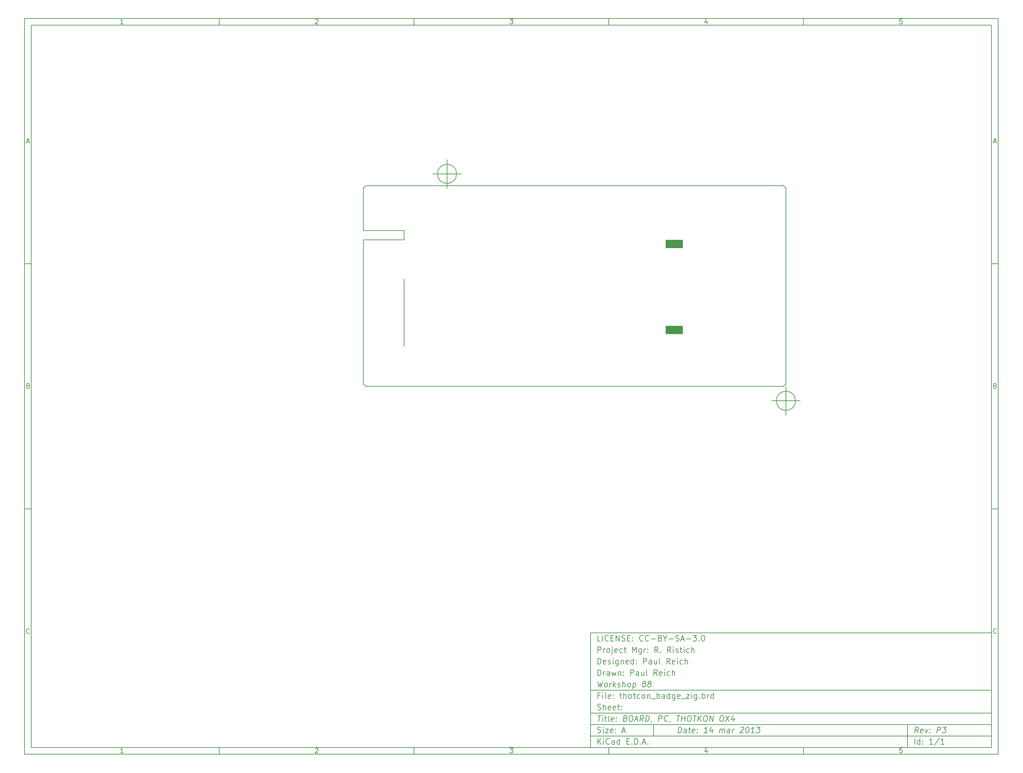
<source format=gbp>
G04 (created by PCBNEW (2012-11-15 BZR 3804)-stable) date Wed 13 Mar 2013 22:53:22 CDT*
%MOIN*%
G04 Gerber Fmt 3.4, Leading zero omitted, Abs format*
%FSLAX34Y34*%
G01*
G70*
G90*
G04 APERTURE LIST*
%ADD10C,0.006*%
%ADD11C,0.00590551*%
%ADD12R,0.18X0.09*%
G04 APERTURE END LIST*
G54D10*
X-41000Y34000D02*
X61000Y34000D01*
X61000Y-43000D01*
X-41000Y-43000D01*
X-41000Y34000D01*
X-40300Y33300D02*
X60300Y33300D01*
X60300Y-42300D01*
X-40300Y-42300D01*
X-40300Y33300D01*
X-20600Y34000D02*
X-20600Y33300D01*
X-30657Y33447D02*
X-30942Y33447D01*
X-30800Y33447D02*
X-30800Y33947D01*
X-30847Y33876D01*
X-30895Y33828D01*
X-30942Y33804D01*
X-20600Y-43000D02*
X-20600Y-42300D01*
X-30657Y-42852D02*
X-30942Y-42852D01*
X-30800Y-42852D02*
X-30800Y-42352D01*
X-30847Y-42423D01*
X-30895Y-42471D01*
X-30942Y-42495D01*
X-200Y34000D02*
X-200Y33300D01*
X-10542Y33900D02*
X-10519Y33923D01*
X-10471Y33947D01*
X-10352Y33947D01*
X-10304Y33923D01*
X-10280Y33900D01*
X-10257Y33852D01*
X-10257Y33804D01*
X-10280Y33733D01*
X-10566Y33447D01*
X-10257Y33447D01*
X-200Y-43000D02*
X-200Y-42300D01*
X-10542Y-42400D02*
X-10519Y-42376D01*
X-10471Y-42352D01*
X-10352Y-42352D01*
X-10304Y-42376D01*
X-10280Y-42400D01*
X-10257Y-42447D01*
X-10257Y-42495D01*
X-10280Y-42566D01*
X-10566Y-42852D01*
X-10257Y-42852D01*
X20200Y34000D02*
X20200Y33300D01*
X9833Y33947D02*
X10142Y33947D01*
X9976Y33757D01*
X10047Y33757D01*
X10095Y33733D01*
X10119Y33709D01*
X10142Y33661D01*
X10142Y33542D01*
X10119Y33495D01*
X10095Y33471D01*
X10047Y33447D01*
X9904Y33447D01*
X9857Y33471D01*
X9833Y33495D01*
X20200Y-43000D02*
X20200Y-42300D01*
X9833Y-42352D02*
X10142Y-42352D01*
X9976Y-42542D01*
X10047Y-42542D01*
X10095Y-42566D01*
X10119Y-42590D01*
X10142Y-42638D01*
X10142Y-42757D01*
X10119Y-42804D01*
X10095Y-42828D01*
X10047Y-42852D01*
X9904Y-42852D01*
X9857Y-42828D01*
X9833Y-42804D01*
X40600Y34000D02*
X40600Y33300D01*
X30495Y33780D02*
X30495Y33447D01*
X30376Y33971D02*
X30257Y33614D01*
X30566Y33614D01*
X40600Y-43000D02*
X40600Y-42300D01*
X30495Y-42519D02*
X30495Y-42852D01*
X30376Y-42328D02*
X30257Y-42685D01*
X30566Y-42685D01*
X50919Y33947D02*
X50680Y33947D01*
X50657Y33709D01*
X50680Y33733D01*
X50728Y33757D01*
X50847Y33757D01*
X50895Y33733D01*
X50919Y33709D01*
X50942Y33661D01*
X50942Y33542D01*
X50919Y33495D01*
X50895Y33471D01*
X50847Y33447D01*
X50728Y33447D01*
X50680Y33471D01*
X50657Y33495D01*
X50919Y-42352D02*
X50680Y-42352D01*
X50657Y-42590D01*
X50680Y-42566D01*
X50728Y-42542D01*
X50847Y-42542D01*
X50895Y-42566D01*
X50919Y-42590D01*
X50942Y-42638D01*
X50942Y-42757D01*
X50919Y-42804D01*
X50895Y-42828D01*
X50847Y-42852D01*
X50728Y-42852D01*
X50680Y-42828D01*
X50657Y-42804D01*
X-41000Y8340D02*
X-40300Y8340D01*
X-40769Y21110D02*
X-40530Y21110D01*
X-40816Y20967D02*
X-40649Y21467D01*
X-40483Y20967D01*
X61000Y8340D02*
X60300Y8340D01*
X60530Y21110D02*
X60769Y21110D01*
X60483Y20967D02*
X60650Y21467D01*
X60816Y20967D01*
X-41000Y-17320D02*
X-40300Y-17320D01*
X-40614Y-4430D02*
X-40542Y-4454D01*
X-40519Y-4478D01*
X-40495Y-4525D01*
X-40495Y-4597D01*
X-40519Y-4644D01*
X-40542Y-4668D01*
X-40590Y-4692D01*
X-40780Y-4692D01*
X-40780Y-4192D01*
X-40614Y-4192D01*
X-40566Y-4216D01*
X-40542Y-4240D01*
X-40519Y-4287D01*
X-40519Y-4335D01*
X-40542Y-4382D01*
X-40566Y-4406D01*
X-40614Y-4430D01*
X-40780Y-4430D01*
X61000Y-17320D02*
X60300Y-17320D01*
X60685Y-4430D02*
X60757Y-4454D01*
X60780Y-4478D01*
X60804Y-4525D01*
X60804Y-4597D01*
X60780Y-4644D01*
X60757Y-4668D01*
X60709Y-4692D01*
X60519Y-4692D01*
X60519Y-4192D01*
X60685Y-4192D01*
X60733Y-4216D01*
X60757Y-4240D01*
X60780Y-4287D01*
X60780Y-4335D01*
X60757Y-4382D01*
X60733Y-4406D01*
X60685Y-4430D01*
X60519Y-4430D01*
X-40495Y-30304D02*
X-40519Y-30328D01*
X-40590Y-30352D01*
X-40638Y-30352D01*
X-40709Y-30328D01*
X-40757Y-30280D01*
X-40780Y-30233D01*
X-40804Y-30138D01*
X-40804Y-30066D01*
X-40780Y-29971D01*
X-40757Y-29923D01*
X-40709Y-29876D01*
X-40638Y-29852D01*
X-40590Y-29852D01*
X-40519Y-29876D01*
X-40495Y-29900D01*
X60804Y-30304D02*
X60780Y-30328D01*
X60709Y-30352D01*
X60661Y-30352D01*
X60590Y-30328D01*
X60542Y-30280D01*
X60519Y-30233D01*
X60495Y-30138D01*
X60495Y-30066D01*
X60519Y-29971D01*
X60542Y-29923D01*
X60590Y-29876D01*
X60661Y-29852D01*
X60709Y-29852D01*
X60780Y-29876D01*
X60804Y-29900D01*
X27450Y-40742D02*
X27525Y-40142D01*
X27667Y-40142D01*
X27750Y-40171D01*
X27800Y-40228D01*
X27821Y-40285D01*
X27835Y-40400D01*
X27825Y-40485D01*
X27782Y-40600D01*
X27746Y-40657D01*
X27682Y-40714D01*
X27592Y-40742D01*
X27450Y-40742D01*
X28307Y-40742D02*
X28346Y-40428D01*
X28325Y-40371D01*
X28271Y-40342D01*
X28157Y-40342D01*
X28096Y-40371D01*
X28310Y-40714D02*
X28250Y-40742D01*
X28107Y-40742D01*
X28053Y-40714D01*
X28032Y-40657D01*
X28039Y-40600D01*
X28075Y-40542D01*
X28135Y-40514D01*
X28278Y-40514D01*
X28339Y-40485D01*
X28557Y-40342D02*
X28785Y-40342D01*
X28667Y-40142D02*
X28603Y-40657D01*
X28625Y-40714D01*
X28678Y-40742D01*
X28735Y-40742D01*
X29167Y-40714D02*
X29107Y-40742D01*
X28992Y-40742D01*
X28939Y-40714D01*
X28917Y-40657D01*
X28946Y-40428D01*
X28982Y-40371D01*
X29042Y-40342D01*
X29157Y-40342D01*
X29210Y-40371D01*
X29232Y-40428D01*
X29225Y-40485D01*
X28932Y-40542D01*
X29457Y-40685D02*
X29482Y-40714D01*
X29450Y-40742D01*
X29425Y-40714D01*
X29457Y-40685D01*
X29450Y-40742D01*
X29496Y-40371D02*
X29521Y-40400D01*
X29489Y-40428D01*
X29464Y-40400D01*
X29496Y-40371D01*
X29489Y-40428D01*
X30507Y-40742D02*
X30164Y-40742D01*
X30335Y-40742D02*
X30410Y-40142D01*
X30342Y-40228D01*
X30278Y-40285D01*
X30217Y-40314D01*
X31071Y-40342D02*
X31021Y-40742D01*
X30957Y-40114D02*
X30760Y-40542D01*
X31132Y-40542D01*
X31792Y-40742D02*
X31842Y-40342D01*
X31835Y-40400D02*
X31867Y-40371D01*
X31928Y-40342D01*
X32014Y-40342D01*
X32067Y-40371D01*
X32089Y-40428D01*
X32050Y-40742D01*
X32089Y-40428D02*
X32125Y-40371D01*
X32185Y-40342D01*
X32271Y-40342D01*
X32325Y-40371D01*
X32346Y-40428D01*
X32307Y-40742D01*
X32850Y-40742D02*
X32889Y-40428D01*
X32867Y-40371D01*
X32814Y-40342D01*
X32700Y-40342D01*
X32639Y-40371D01*
X32853Y-40714D02*
X32792Y-40742D01*
X32650Y-40742D01*
X32596Y-40714D01*
X32575Y-40657D01*
X32582Y-40600D01*
X32617Y-40542D01*
X32678Y-40514D01*
X32821Y-40514D01*
X32882Y-40485D01*
X33135Y-40742D02*
X33185Y-40342D01*
X33171Y-40457D02*
X33207Y-40400D01*
X33239Y-40371D01*
X33300Y-40342D01*
X33357Y-40342D01*
X34003Y-40200D02*
X34035Y-40171D01*
X34096Y-40142D01*
X34239Y-40142D01*
X34292Y-40171D01*
X34317Y-40200D01*
X34339Y-40257D01*
X34332Y-40314D01*
X34292Y-40400D01*
X33907Y-40742D01*
X34278Y-40742D01*
X34725Y-40142D02*
X34782Y-40142D01*
X34835Y-40171D01*
X34860Y-40200D01*
X34882Y-40257D01*
X34896Y-40371D01*
X34878Y-40514D01*
X34835Y-40628D01*
X34800Y-40685D01*
X34767Y-40714D01*
X34707Y-40742D01*
X34650Y-40742D01*
X34596Y-40714D01*
X34571Y-40685D01*
X34550Y-40628D01*
X34535Y-40514D01*
X34553Y-40371D01*
X34596Y-40257D01*
X34632Y-40200D01*
X34664Y-40171D01*
X34725Y-40142D01*
X35421Y-40742D02*
X35078Y-40742D01*
X35250Y-40742D02*
X35325Y-40142D01*
X35257Y-40228D01*
X35192Y-40285D01*
X35132Y-40314D01*
X35696Y-40142D02*
X36067Y-40142D01*
X35839Y-40371D01*
X35925Y-40371D01*
X35978Y-40400D01*
X36003Y-40428D01*
X36025Y-40485D01*
X36007Y-40628D01*
X35971Y-40685D01*
X35939Y-40714D01*
X35878Y-40742D01*
X35707Y-40742D01*
X35653Y-40714D01*
X35628Y-40685D01*
X19042Y-41942D02*
X19042Y-41342D01*
X19385Y-41942D02*
X19128Y-41600D01*
X19385Y-41342D02*
X19042Y-41685D01*
X19642Y-41942D02*
X19642Y-41542D01*
X19642Y-41342D02*
X19614Y-41371D01*
X19642Y-41400D01*
X19671Y-41371D01*
X19642Y-41342D01*
X19642Y-41400D01*
X20271Y-41885D02*
X20242Y-41914D01*
X20157Y-41942D01*
X20100Y-41942D01*
X20014Y-41914D01*
X19957Y-41857D01*
X19928Y-41800D01*
X19900Y-41685D01*
X19900Y-41600D01*
X19928Y-41485D01*
X19957Y-41428D01*
X20014Y-41371D01*
X20100Y-41342D01*
X20157Y-41342D01*
X20242Y-41371D01*
X20271Y-41400D01*
X20785Y-41942D02*
X20785Y-41628D01*
X20757Y-41571D01*
X20700Y-41542D01*
X20585Y-41542D01*
X20528Y-41571D01*
X20785Y-41914D02*
X20728Y-41942D01*
X20585Y-41942D01*
X20528Y-41914D01*
X20500Y-41857D01*
X20500Y-41800D01*
X20528Y-41742D01*
X20585Y-41714D01*
X20728Y-41714D01*
X20785Y-41685D01*
X21328Y-41942D02*
X21328Y-41342D01*
X21328Y-41914D02*
X21271Y-41942D01*
X21157Y-41942D01*
X21100Y-41914D01*
X21071Y-41885D01*
X21042Y-41828D01*
X21042Y-41657D01*
X21071Y-41600D01*
X21100Y-41571D01*
X21157Y-41542D01*
X21271Y-41542D01*
X21328Y-41571D01*
X22071Y-41628D02*
X22271Y-41628D01*
X22357Y-41942D02*
X22071Y-41942D01*
X22071Y-41342D01*
X22357Y-41342D01*
X22614Y-41885D02*
X22642Y-41914D01*
X22614Y-41942D01*
X22585Y-41914D01*
X22614Y-41885D01*
X22614Y-41942D01*
X22899Y-41942D02*
X22899Y-41342D01*
X23042Y-41342D01*
X23128Y-41371D01*
X23185Y-41428D01*
X23214Y-41485D01*
X23242Y-41600D01*
X23242Y-41685D01*
X23214Y-41800D01*
X23185Y-41857D01*
X23128Y-41914D01*
X23042Y-41942D01*
X22899Y-41942D01*
X23499Y-41885D02*
X23528Y-41914D01*
X23499Y-41942D01*
X23471Y-41914D01*
X23499Y-41885D01*
X23499Y-41942D01*
X23757Y-41771D02*
X24042Y-41771D01*
X23699Y-41942D02*
X23899Y-41342D01*
X24099Y-41942D01*
X24299Y-41885D02*
X24328Y-41914D01*
X24299Y-41942D01*
X24271Y-41914D01*
X24299Y-41885D01*
X24299Y-41942D01*
X52592Y-40742D02*
X52428Y-40457D01*
X52250Y-40742D02*
X52325Y-40142D01*
X52553Y-40142D01*
X52607Y-40171D01*
X52632Y-40200D01*
X52653Y-40257D01*
X52642Y-40342D01*
X52607Y-40400D01*
X52575Y-40428D01*
X52514Y-40457D01*
X52285Y-40457D01*
X53082Y-40714D02*
X53021Y-40742D01*
X52907Y-40742D01*
X52853Y-40714D01*
X52832Y-40657D01*
X52860Y-40428D01*
X52896Y-40371D01*
X52957Y-40342D01*
X53071Y-40342D01*
X53125Y-40371D01*
X53146Y-40428D01*
X53139Y-40485D01*
X52846Y-40542D01*
X53357Y-40342D02*
X53450Y-40742D01*
X53642Y-40342D01*
X53828Y-40685D02*
X53853Y-40714D01*
X53821Y-40742D01*
X53796Y-40714D01*
X53828Y-40685D01*
X53821Y-40742D01*
X53867Y-40371D02*
X53892Y-40400D01*
X53860Y-40428D01*
X53835Y-40400D01*
X53867Y-40371D01*
X53860Y-40428D01*
X54564Y-40742D02*
X54639Y-40142D01*
X54867Y-40142D01*
X54921Y-40171D01*
X54946Y-40200D01*
X54967Y-40257D01*
X54957Y-40342D01*
X54921Y-40400D01*
X54889Y-40428D01*
X54828Y-40457D01*
X54600Y-40457D01*
X55182Y-40142D02*
X55553Y-40142D01*
X55325Y-40371D01*
X55410Y-40371D01*
X55464Y-40400D01*
X55489Y-40428D01*
X55510Y-40485D01*
X55492Y-40628D01*
X55457Y-40685D01*
X55425Y-40714D01*
X55364Y-40742D01*
X55192Y-40742D01*
X55139Y-40714D01*
X55114Y-40685D01*
X19014Y-40714D02*
X19100Y-40742D01*
X19242Y-40742D01*
X19300Y-40714D01*
X19328Y-40685D01*
X19357Y-40628D01*
X19357Y-40571D01*
X19328Y-40514D01*
X19300Y-40485D01*
X19242Y-40457D01*
X19128Y-40428D01*
X19071Y-40400D01*
X19042Y-40371D01*
X19014Y-40314D01*
X19014Y-40257D01*
X19042Y-40200D01*
X19071Y-40171D01*
X19128Y-40142D01*
X19271Y-40142D01*
X19357Y-40171D01*
X19614Y-40742D02*
X19614Y-40342D01*
X19614Y-40142D02*
X19585Y-40171D01*
X19614Y-40200D01*
X19642Y-40171D01*
X19614Y-40142D01*
X19614Y-40200D01*
X19842Y-40342D02*
X20157Y-40342D01*
X19842Y-40742D01*
X20157Y-40742D01*
X20614Y-40714D02*
X20557Y-40742D01*
X20442Y-40742D01*
X20385Y-40714D01*
X20357Y-40657D01*
X20357Y-40428D01*
X20385Y-40371D01*
X20442Y-40342D01*
X20557Y-40342D01*
X20614Y-40371D01*
X20642Y-40428D01*
X20642Y-40485D01*
X20357Y-40542D01*
X20900Y-40685D02*
X20928Y-40714D01*
X20900Y-40742D01*
X20871Y-40714D01*
X20900Y-40685D01*
X20900Y-40742D01*
X20900Y-40371D02*
X20928Y-40400D01*
X20900Y-40428D01*
X20871Y-40400D01*
X20900Y-40371D01*
X20900Y-40428D01*
X21614Y-40571D02*
X21900Y-40571D01*
X21557Y-40742D02*
X21757Y-40142D01*
X21957Y-40742D01*
X52242Y-41942D02*
X52242Y-41342D01*
X52785Y-41942D02*
X52785Y-41342D01*
X52785Y-41914D02*
X52728Y-41942D01*
X52614Y-41942D01*
X52557Y-41914D01*
X52528Y-41885D01*
X52500Y-41828D01*
X52500Y-41657D01*
X52528Y-41600D01*
X52557Y-41571D01*
X52614Y-41542D01*
X52728Y-41542D01*
X52785Y-41571D01*
X53071Y-41885D02*
X53100Y-41914D01*
X53071Y-41942D01*
X53042Y-41914D01*
X53071Y-41885D01*
X53071Y-41942D01*
X53071Y-41571D02*
X53100Y-41600D01*
X53071Y-41628D01*
X53042Y-41600D01*
X53071Y-41571D01*
X53071Y-41628D01*
X54128Y-41942D02*
X53785Y-41942D01*
X53957Y-41942D02*
X53957Y-41342D01*
X53899Y-41428D01*
X53842Y-41485D01*
X53785Y-41514D01*
X54814Y-41314D02*
X54300Y-42085D01*
X55328Y-41942D02*
X54985Y-41942D01*
X55157Y-41942D02*
X55157Y-41342D01*
X55099Y-41428D01*
X55042Y-41485D01*
X54985Y-41514D01*
X19039Y-38942D02*
X19382Y-38942D01*
X19135Y-39542D02*
X19210Y-38942D01*
X19507Y-39542D02*
X19557Y-39142D01*
X19582Y-38942D02*
X19550Y-38971D01*
X19575Y-39000D01*
X19607Y-38971D01*
X19582Y-38942D01*
X19575Y-39000D01*
X19757Y-39142D02*
X19985Y-39142D01*
X19867Y-38942D02*
X19803Y-39457D01*
X19825Y-39514D01*
X19878Y-39542D01*
X19935Y-39542D01*
X20221Y-39542D02*
X20167Y-39514D01*
X20146Y-39457D01*
X20210Y-38942D01*
X20682Y-39514D02*
X20621Y-39542D01*
X20507Y-39542D01*
X20453Y-39514D01*
X20432Y-39457D01*
X20460Y-39228D01*
X20496Y-39171D01*
X20557Y-39142D01*
X20671Y-39142D01*
X20725Y-39171D01*
X20746Y-39228D01*
X20739Y-39285D01*
X20446Y-39342D01*
X20971Y-39485D02*
X20996Y-39514D01*
X20964Y-39542D01*
X20939Y-39514D01*
X20971Y-39485D01*
X20964Y-39542D01*
X21010Y-39171D02*
X21035Y-39200D01*
X21003Y-39228D01*
X20978Y-39200D01*
X21010Y-39171D01*
X21003Y-39228D01*
X21946Y-39228D02*
X22028Y-39257D01*
X22053Y-39285D01*
X22075Y-39342D01*
X22064Y-39428D01*
X22028Y-39485D01*
X21996Y-39514D01*
X21935Y-39542D01*
X21707Y-39542D01*
X21782Y-38942D01*
X21982Y-38942D01*
X22035Y-38971D01*
X22060Y-39000D01*
X22082Y-39057D01*
X22075Y-39114D01*
X22039Y-39171D01*
X22007Y-39200D01*
X21946Y-39228D01*
X21746Y-39228D01*
X22496Y-38942D02*
X22610Y-38942D01*
X22664Y-38971D01*
X22714Y-39028D01*
X22728Y-39142D01*
X22703Y-39342D01*
X22660Y-39457D01*
X22596Y-39514D01*
X22535Y-39542D01*
X22421Y-39542D01*
X22367Y-39514D01*
X22317Y-39457D01*
X22303Y-39342D01*
X22328Y-39142D01*
X22371Y-39028D01*
X22435Y-38971D01*
X22496Y-38942D01*
X22928Y-39371D02*
X23214Y-39371D01*
X22850Y-39542D02*
X23125Y-38942D01*
X23250Y-39542D01*
X23792Y-39542D02*
X23628Y-39257D01*
X23450Y-39542D02*
X23525Y-38942D01*
X23753Y-38942D01*
X23807Y-38971D01*
X23832Y-39000D01*
X23853Y-39057D01*
X23842Y-39142D01*
X23807Y-39200D01*
X23775Y-39228D01*
X23714Y-39257D01*
X23485Y-39257D01*
X24050Y-39542D02*
X24125Y-38942D01*
X24267Y-38942D01*
X24350Y-38971D01*
X24400Y-39028D01*
X24421Y-39085D01*
X24435Y-39200D01*
X24425Y-39285D01*
X24382Y-39400D01*
X24346Y-39457D01*
X24282Y-39514D01*
X24192Y-39542D01*
X24050Y-39542D01*
X24682Y-39514D02*
X24678Y-39542D01*
X24642Y-39600D01*
X24610Y-39628D01*
X25392Y-39542D02*
X25467Y-38942D01*
X25696Y-38942D01*
X25749Y-38971D01*
X25775Y-39000D01*
X25796Y-39057D01*
X25785Y-39142D01*
X25750Y-39200D01*
X25717Y-39228D01*
X25657Y-39257D01*
X25428Y-39257D01*
X26342Y-39485D02*
X26310Y-39514D01*
X26221Y-39542D01*
X26164Y-39542D01*
X26082Y-39514D01*
X26032Y-39457D01*
X26010Y-39400D01*
X25996Y-39285D01*
X26007Y-39200D01*
X26050Y-39085D01*
X26085Y-39028D01*
X26149Y-38971D01*
X26239Y-38942D01*
X26296Y-38942D01*
X26378Y-38971D01*
X26403Y-39000D01*
X26625Y-39514D02*
X26621Y-39542D01*
X26585Y-39600D01*
X26553Y-39628D01*
X27325Y-38942D02*
X27667Y-38942D01*
X27421Y-39542D02*
X27496Y-38942D01*
X27792Y-39542D02*
X27867Y-38942D01*
X27832Y-39228D02*
X28175Y-39228D01*
X28135Y-39542D02*
X28210Y-38942D01*
X28610Y-38942D02*
X28725Y-38942D01*
X28778Y-38971D01*
X28828Y-39028D01*
X28842Y-39142D01*
X28817Y-39342D01*
X28774Y-39457D01*
X28710Y-39514D01*
X28650Y-39542D01*
X28535Y-39542D01*
X28482Y-39514D01*
X28432Y-39457D01*
X28417Y-39342D01*
X28442Y-39142D01*
X28485Y-39028D01*
X28549Y-38971D01*
X28610Y-38942D01*
X29039Y-38942D02*
X29382Y-38942D01*
X29135Y-39542D02*
X29210Y-38942D01*
X29507Y-39542D02*
X29582Y-38942D01*
X29849Y-39542D02*
X29635Y-39200D01*
X29924Y-38942D02*
X29539Y-39285D01*
X30296Y-38942D02*
X30410Y-38942D01*
X30464Y-38971D01*
X30514Y-39028D01*
X30528Y-39142D01*
X30503Y-39342D01*
X30460Y-39457D01*
X30396Y-39514D01*
X30335Y-39542D01*
X30221Y-39542D01*
X30167Y-39514D01*
X30117Y-39457D01*
X30103Y-39342D01*
X30128Y-39142D01*
X30171Y-39028D01*
X30235Y-38971D01*
X30296Y-38942D01*
X30735Y-39542D02*
X30810Y-38942D01*
X31078Y-39542D01*
X31153Y-38942D01*
X32010Y-38942D02*
X32124Y-38942D01*
X32178Y-38971D01*
X32228Y-39028D01*
X32242Y-39142D01*
X32217Y-39342D01*
X32174Y-39457D01*
X32110Y-39514D01*
X32049Y-39542D01*
X31935Y-39542D01*
X31882Y-39514D01*
X31832Y-39457D01*
X31817Y-39342D01*
X31842Y-39142D01*
X31885Y-39028D01*
X31949Y-38971D01*
X32010Y-38942D01*
X32467Y-38942D02*
X32792Y-39542D01*
X32867Y-38942D02*
X32392Y-39542D01*
X33328Y-39142D02*
X33278Y-39542D01*
X33214Y-38914D02*
X33017Y-39342D01*
X33389Y-39342D01*
X19242Y-36828D02*
X19042Y-36828D01*
X19042Y-37142D02*
X19042Y-36542D01*
X19328Y-36542D01*
X19557Y-37142D02*
X19557Y-36742D01*
X19557Y-36542D02*
X19528Y-36571D01*
X19557Y-36600D01*
X19585Y-36571D01*
X19557Y-36542D01*
X19557Y-36600D01*
X19928Y-37142D02*
X19871Y-37114D01*
X19842Y-37057D01*
X19842Y-36542D01*
X20385Y-37114D02*
X20328Y-37142D01*
X20214Y-37142D01*
X20157Y-37114D01*
X20128Y-37057D01*
X20128Y-36828D01*
X20157Y-36771D01*
X20214Y-36742D01*
X20328Y-36742D01*
X20385Y-36771D01*
X20414Y-36828D01*
X20414Y-36885D01*
X20128Y-36942D01*
X20671Y-37085D02*
X20700Y-37114D01*
X20671Y-37142D01*
X20642Y-37114D01*
X20671Y-37085D01*
X20671Y-37142D01*
X20671Y-36771D02*
X20700Y-36800D01*
X20671Y-36828D01*
X20642Y-36800D01*
X20671Y-36771D01*
X20671Y-36828D01*
X21328Y-36742D02*
X21557Y-36742D01*
X21414Y-36542D02*
X21414Y-37057D01*
X21442Y-37114D01*
X21500Y-37142D01*
X21557Y-37142D01*
X21757Y-37142D02*
X21757Y-36542D01*
X22014Y-37142D02*
X22014Y-36828D01*
X21985Y-36771D01*
X21928Y-36742D01*
X21842Y-36742D01*
X21785Y-36771D01*
X21757Y-36800D01*
X22385Y-37142D02*
X22328Y-37114D01*
X22300Y-37085D01*
X22271Y-37028D01*
X22271Y-36857D01*
X22300Y-36800D01*
X22328Y-36771D01*
X22385Y-36742D01*
X22471Y-36742D01*
X22528Y-36771D01*
X22557Y-36800D01*
X22585Y-36857D01*
X22585Y-37028D01*
X22557Y-37085D01*
X22528Y-37114D01*
X22471Y-37142D01*
X22385Y-37142D01*
X22757Y-36742D02*
X22985Y-36742D01*
X22842Y-36542D02*
X22842Y-37057D01*
X22871Y-37114D01*
X22928Y-37142D01*
X22985Y-37142D01*
X23442Y-37114D02*
X23385Y-37142D01*
X23271Y-37142D01*
X23214Y-37114D01*
X23185Y-37085D01*
X23157Y-37028D01*
X23157Y-36857D01*
X23185Y-36800D01*
X23214Y-36771D01*
X23271Y-36742D01*
X23385Y-36742D01*
X23442Y-36771D01*
X23785Y-37142D02*
X23728Y-37114D01*
X23700Y-37085D01*
X23671Y-37028D01*
X23671Y-36857D01*
X23700Y-36800D01*
X23728Y-36771D01*
X23785Y-36742D01*
X23871Y-36742D01*
X23928Y-36771D01*
X23957Y-36800D01*
X23985Y-36857D01*
X23985Y-37028D01*
X23957Y-37085D01*
X23928Y-37114D01*
X23871Y-37142D01*
X23785Y-37142D01*
X24242Y-36742D02*
X24242Y-37142D01*
X24242Y-36800D02*
X24271Y-36771D01*
X24328Y-36742D01*
X24414Y-36742D01*
X24471Y-36771D01*
X24500Y-36828D01*
X24500Y-37142D01*
X24642Y-37200D02*
X25100Y-37200D01*
X25242Y-37142D02*
X25242Y-36542D01*
X25242Y-36771D02*
X25300Y-36742D01*
X25414Y-36742D01*
X25471Y-36771D01*
X25500Y-36800D01*
X25528Y-36857D01*
X25528Y-37028D01*
X25500Y-37085D01*
X25471Y-37114D01*
X25414Y-37142D01*
X25300Y-37142D01*
X25242Y-37114D01*
X26042Y-37142D02*
X26042Y-36828D01*
X26014Y-36771D01*
X25957Y-36742D01*
X25842Y-36742D01*
X25785Y-36771D01*
X26042Y-37114D02*
X25985Y-37142D01*
X25842Y-37142D01*
X25785Y-37114D01*
X25757Y-37057D01*
X25757Y-37000D01*
X25785Y-36942D01*
X25842Y-36914D01*
X25985Y-36914D01*
X26042Y-36885D01*
X26585Y-37142D02*
X26585Y-36542D01*
X26585Y-37114D02*
X26528Y-37142D01*
X26414Y-37142D01*
X26357Y-37114D01*
X26328Y-37085D01*
X26300Y-37028D01*
X26300Y-36857D01*
X26328Y-36800D01*
X26357Y-36771D01*
X26414Y-36742D01*
X26528Y-36742D01*
X26585Y-36771D01*
X27128Y-36742D02*
X27128Y-37228D01*
X27100Y-37285D01*
X27071Y-37314D01*
X27014Y-37342D01*
X26928Y-37342D01*
X26871Y-37314D01*
X27128Y-37114D02*
X27071Y-37142D01*
X26957Y-37142D01*
X26900Y-37114D01*
X26871Y-37085D01*
X26842Y-37028D01*
X26842Y-36857D01*
X26871Y-36800D01*
X26900Y-36771D01*
X26957Y-36742D01*
X27071Y-36742D01*
X27128Y-36771D01*
X27642Y-37114D02*
X27585Y-37142D01*
X27471Y-37142D01*
X27414Y-37114D01*
X27385Y-37057D01*
X27385Y-36828D01*
X27414Y-36771D01*
X27471Y-36742D01*
X27585Y-36742D01*
X27642Y-36771D01*
X27671Y-36828D01*
X27671Y-36885D01*
X27385Y-36942D01*
X27785Y-37200D02*
X28242Y-37200D01*
X28328Y-36742D02*
X28642Y-36742D01*
X28328Y-37142D01*
X28642Y-37142D01*
X28871Y-37142D02*
X28871Y-36742D01*
X28871Y-36542D02*
X28842Y-36571D01*
X28871Y-36600D01*
X28900Y-36571D01*
X28871Y-36542D01*
X28871Y-36600D01*
X29414Y-36742D02*
X29414Y-37228D01*
X29385Y-37285D01*
X29357Y-37314D01*
X29299Y-37342D01*
X29214Y-37342D01*
X29157Y-37314D01*
X29414Y-37114D02*
X29357Y-37142D01*
X29242Y-37142D01*
X29185Y-37114D01*
X29157Y-37085D01*
X29128Y-37028D01*
X29128Y-36857D01*
X29157Y-36800D01*
X29185Y-36771D01*
X29242Y-36742D01*
X29357Y-36742D01*
X29414Y-36771D01*
X29699Y-37085D02*
X29728Y-37114D01*
X29699Y-37142D01*
X29671Y-37114D01*
X29699Y-37085D01*
X29699Y-37142D01*
X29985Y-37142D02*
X29985Y-36542D01*
X29985Y-36771D02*
X30042Y-36742D01*
X30157Y-36742D01*
X30214Y-36771D01*
X30242Y-36800D01*
X30271Y-36857D01*
X30271Y-37028D01*
X30242Y-37085D01*
X30214Y-37114D01*
X30157Y-37142D01*
X30042Y-37142D01*
X29985Y-37114D01*
X30528Y-37142D02*
X30528Y-36742D01*
X30528Y-36857D02*
X30557Y-36800D01*
X30585Y-36771D01*
X30642Y-36742D01*
X30699Y-36742D01*
X31157Y-37142D02*
X31157Y-36542D01*
X31157Y-37114D02*
X31099Y-37142D01*
X30985Y-37142D01*
X30928Y-37114D01*
X30899Y-37085D01*
X30871Y-37028D01*
X30871Y-36857D01*
X30899Y-36800D01*
X30928Y-36771D01*
X30985Y-36742D01*
X31099Y-36742D01*
X31157Y-36771D01*
X19014Y-38314D02*
X19100Y-38342D01*
X19242Y-38342D01*
X19300Y-38314D01*
X19328Y-38285D01*
X19357Y-38228D01*
X19357Y-38171D01*
X19328Y-38114D01*
X19300Y-38085D01*
X19242Y-38057D01*
X19128Y-38028D01*
X19071Y-38000D01*
X19042Y-37971D01*
X19014Y-37914D01*
X19014Y-37857D01*
X19042Y-37800D01*
X19071Y-37771D01*
X19128Y-37742D01*
X19271Y-37742D01*
X19357Y-37771D01*
X19614Y-38342D02*
X19614Y-37742D01*
X19871Y-38342D02*
X19871Y-38028D01*
X19842Y-37971D01*
X19785Y-37942D01*
X19700Y-37942D01*
X19642Y-37971D01*
X19614Y-38000D01*
X20385Y-38314D02*
X20328Y-38342D01*
X20214Y-38342D01*
X20157Y-38314D01*
X20128Y-38257D01*
X20128Y-38028D01*
X20157Y-37971D01*
X20214Y-37942D01*
X20328Y-37942D01*
X20385Y-37971D01*
X20414Y-38028D01*
X20414Y-38085D01*
X20128Y-38142D01*
X20900Y-38314D02*
X20842Y-38342D01*
X20728Y-38342D01*
X20671Y-38314D01*
X20642Y-38257D01*
X20642Y-38028D01*
X20671Y-37971D01*
X20728Y-37942D01*
X20842Y-37942D01*
X20900Y-37971D01*
X20928Y-38028D01*
X20928Y-38085D01*
X20642Y-38142D01*
X21100Y-37942D02*
X21328Y-37942D01*
X21185Y-37742D02*
X21185Y-38257D01*
X21214Y-38314D01*
X21271Y-38342D01*
X21328Y-38342D01*
X21528Y-38285D02*
X21557Y-38314D01*
X21528Y-38342D01*
X21500Y-38314D01*
X21528Y-38285D01*
X21528Y-38342D01*
X21528Y-37971D02*
X21557Y-38000D01*
X21528Y-38028D01*
X21500Y-38000D01*
X21528Y-37971D01*
X21528Y-38028D01*
X19067Y-35342D02*
X19135Y-35942D01*
X19303Y-35514D01*
X19364Y-35942D01*
X19582Y-35342D01*
X19821Y-35942D02*
X19767Y-35914D01*
X19742Y-35885D01*
X19721Y-35828D01*
X19742Y-35657D01*
X19778Y-35600D01*
X19810Y-35571D01*
X19871Y-35542D01*
X19957Y-35542D01*
X20010Y-35571D01*
X20035Y-35600D01*
X20057Y-35657D01*
X20035Y-35828D01*
X20000Y-35885D01*
X19967Y-35914D01*
X19907Y-35942D01*
X19821Y-35942D01*
X20278Y-35942D02*
X20328Y-35542D01*
X20314Y-35657D02*
X20350Y-35600D01*
X20382Y-35571D01*
X20442Y-35542D01*
X20500Y-35542D01*
X20650Y-35942D02*
X20725Y-35342D01*
X20735Y-35714D02*
X20878Y-35942D01*
X20928Y-35542D02*
X20671Y-35771D01*
X21110Y-35914D02*
X21164Y-35942D01*
X21278Y-35942D01*
X21339Y-35914D01*
X21375Y-35857D01*
X21378Y-35828D01*
X21357Y-35771D01*
X21303Y-35742D01*
X21217Y-35742D01*
X21164Y-35714D01*
X21142Y-35657D01*
X21146Y-35628D01*
X21182Y-35571D01*
X21242Y-35542D01*
X21328Y-35542D01*
X21382Y-35571D01*
X21621Y-35942D02*
X21696Y-35342D01*
X21878Y-35942D02*
X21917Y-35628D01*
X21896Y-35571D01*
X21842Y-35542D01*
X21757Y-35542D01*
X21696Y-35571D01*
X21664Y-35600D01*
X22249Y-35942D02*
X22196Y-35914D01*
X22171Y-35885D01*
X22150Y-35828D01*
X22171Y-35657D01*
X22207Y-35600D01*
X22239Y-35571D01*
X22299Y-35542D01*
X22385Y-35542D01*
X22439Y-35571D01*
X22464Y-35600D01*
X22485Y-35657D01*
X22464Y-35828D01*
X22428Y-35885D01*
X22396Y-35914D01*
X22335Y-35942D01*
X22249Y-35942D01*
X22757Y-35542D02*
X22682Y-36142D01*
X22753Y-35571D02*
X22814Y-35542D01*
X22928Y-35542D01*
X22982Y-35571D01*
X23007Y-35600D01*
X23028Y-35657D01*
X23007Y-35828D01*
X22971Y-35885D01*
X22939Y-35914D01*
X22878Y-35942D01*
X22764Y-35942D01*
X22710Y-35914D01*
X23835Y-35600D02*
X23782Y-35571D01*
X23757Y-35542D01*
X23735Y-35485D01*
X23739Y-35457D01*
X23774Y-35400D01*
X23807Y-35371D01*
X23867Y-35342D01*
X23982Y-35342D01*
X24035Y-35371D01*
X24060Y-35400D01*
X24082Y-35457D01*
X24078Y-35485D01*
X24042Y-35542D01*
X24010Y-35571D01*
X23949Y-35600D01*
X23835Y-35600D01*
X23775Y-35628D01*
X23742Y-35657D01*
X23707Y-35714D01*
X23692Y-35828D01*
X23714Y-35885D01*
X23739Y-35914D01*
X23792Y-35942D01*
X23907Y-35942D01*
X23967Y-35914D01*
X23999Y-35885D01*
X24035Y-35828D01*
X24049Y-35714D01*
X24028Y-35657D01*
X24003Y-35628D01*
X23949Y-35600D01*
X24407Y-35600D02*
X24353Y-35571D01*
X24328Y-35542D01*
X24307Y-35485D01*
X24310Y-35457D01*
X24346Y-35400D01*
X24378Y-35371D01*
X24439Y-35342D01*
X24553Y-35342D01*
X24607Y-35371D01*
X24632Y-35400D01*
X24653Y-35457D01*
X24650Y-35485D01*
X24614Y-35542D01*
X24582Y-35571D01*
X24521Y-35600D01*
X24407Y-35600D01*
X24346Y-35628D01*
X24314Y-35657D01*
X24278Y-35714D01*
X24264Y-35828D01*
X24285Y-35885D01*
X24310Y-35914D01*
X24364Y-35942D01*
X24478Y-35942D01*
X24539Y-35914D01*
X24571Y-35885D01*
X24607Y-35828D01*
X24621Y-35714D01*
X24599Y-35657D01*
X24575Y-35628D01*
X24521Y-35600D01*
X19042Y-34742D02*
X19042Y-34142D01*
X19185Y-34142D01*
X19271Y-34171D01*
X19328Y-34228D01*
X19357Y-34285D01*
X19385Y-34400D01*
X19385Y-34485D01*
X19357Y-34600D01*
X19328Y-34657D01*
X19271Y-34714D01*
X19185Y-34742D01*
X19042Y-34742D01*
X19642Y-34742D02*
X19642Y-34342D01*
X19642Y-34457D02*
X19671Y-34400D01*
X19700Y-34371D01*
X19757Y-34342D01*
X19814Y-34342D01*
X20271Y-34742D02*
X20271Y-34428D01*
X20242Y-34371D01*
X20185Y-34342D01*
X20071Y-34342D01*
X20014Y-34371D01*
X20271Y-34714D02*
X20214Y-34742D01*
X20071Y-34742D01*
X20014Y-34714D01*
X19985Y-34657D01*
X19985Y-34600D01*
X20014Y-34542D01*
X20071Y-34514D01*
X20214Y-34514D01*
X20271Y-34485D01*
X20500Y-34342D02*
X20614Y-34742D01*
X20728Y-34457D01*
X20842Y-34742D01*
X20957Y-34342D01*
X21185Y-34342D02*
X21185Y-34742D01*
X21185Y-34400D02*
X21214Y-34371D01*
X21271Y-34342D01*
X21357Y-34342D01*
X21414Y-34371D01*
X21442Y-34428D01*
X21442Y-34742D01*
X21728Y-34685D02*
X21757Y-34714D01*
X21728Y-34742D01*
X21700Y-34714D01*
X21728Y-34685D01*
X21728Y-34742D01*
X21728Y-34371D02*
X21757Y-34400D01*
X21728Y-34428D01*
X21700Y-34400D01*
X21728Y-34371D01*
X21728Y-34428D01*
X22471Y-34742D02*
X22471Y-34142D01*
X22700Y-34142D01*
X22757Y-34171D01*
X22785Y-34200D01*
X22814Y-34257D01*
X22814Y-34342D01*
X22785Y-34400D01*
X22757Y-34428D01*
X22700Y-34457D01*
X22471Y-34457D01*
X23328Y-34742D02*
X23328Y-34428D01*
X23300Y-34371D01*
X23242Y-34342D01*
X23128Y-34342D01*
X23071Y-34371D01*
X23328Y-34714D02*
X23271Y-34742D01*
X23128Y-34742D01*
X23071Y-34714D01*
X23042Y-34657D01*
X23042Y-34600D01*
X23071Y-34542D01*
X23128Y-34514D01*
X23271Y-34514D01*
X23328Y-34485D01*
X23871Y-34342D02*
X23871Y-34742D01*
X23614Y-34342D02*
X23614Y-34657D01*
X23642Y-34714D01*
X23699Y-34742D01*
X23785Y-34742D01*
X23842Y-34714D01*
X23871Y-34685D01*
X24242Y-34742D02*
X24185Y-34714D01*
X24157Y-34657D01*
X24157Y-34142D01*
X25271Y-34742D02*
X25071Y-34457D01*
X24928Y-34742D02*
X24928Y-34142D01*
X25157Y-34142D01*
X25214Y-34171D01*
X25242Y-34200D01*
X25271Y-34257D01*
X25271Y-34342D01*
X25242Y-34400D01*
X25214Y-34428D01*
X25157Y-34457D01*
X24928Y-34457D01*
X25757Y-34714D02*
X25700Y-34742D01*
X25585Y-34742D01*
X25528Y-34714D01*
X25500Y-34657D01*
X25500Y-34428D01*
X25528Y-34371D01*
X25585Y-34342D01*
X25700Y-34342D01*
X25757Y-34371D01*
X25785Y-34428D01*
X25785Y-34485D01*
X25500Y-34542D01*
X26042Y-34742D02*
X26042Y-34342D01*
X26042Y-34142D02*
X26014Y-34171D01*
X26042Y-34200D01*
X26071Y-34171D01*
X26042Y-34142D01*
X26042Y-34200D01*
X26585Y-34714D02*
X26528Y-34742D01*
X26414Y-34742D01*
X26357Y-34714D01*
X26328Y-34685D01*
X26300Y-34628D01*
X26300Y-34457D01*
X26328Y-34400D01*
X26357Y-34371D01*
X26414Y-34342D01*
X26528Y-34342D01*
X26585Y-34371D01*
X26842Y-34742D02*
X26842Y-34142D01*
X27100Y-34742D02*
X27100Y-34428D01*
X27071Y-34371D01*
X27014Y-34342D01*
X26928Y-34342D01*
X26871Y-34371D01*
X26842Y-34400D01*
X19042Y-33542D02*
X19042Y-32942D01*
X19185Y-32942D01*
X19271Y-32971D01*
X19328Y-33028D01*
X19357Y-33085D01*
X19385Y-33200D01*
X19385Y-33285D01*
X19357Y-33400D01*
X19328Y-33457D01*
X19271Y-33514D01*
X19185Y-33542D01*
X19042Y-33542D01*
X19871Y-33514D02*
X19814Y-33542D01*
X19700Y-33542D01*
X19642Y-33514D01*
X19614Y-33457D01*
X19614Y-33228D01*
X19642Y-33171D01*
X19700Y-33142D01*
X19814Y-33142D01*
X19871Y-33171D01*
X19900Y-33228D01*
X19900Y-33285D01*
X19614Y-33342D01*
X20128Y-33514D02*
X20185Y-33542D01*
X20300Y-33542D01*
X20357Y-33514D01*
X20385Y-33457D01*
X20385Y-33428D01*
X20357Y-33371D01*
X20300Y-33342D01*
X20214Y-33342D01*
X20157Y-33314D01*
X20128Y-33257D01*
X20128Y-33228D01*
X20157Y-33171D01*
X20214Y-33142D01*
X20300Y-33142D01*
X20357Y-33171D01*
X20642Y-33542D02*
X20642Y-33142D01*
X20642Y-32942D02*
X20614Y-32971D01*
X20642Y-33000D01*
X20671Y-32971D01*
X20642Y-32942D01*
X20642Y-33000D01*
X21185Y-33142D02*
X21185Y-33628D01*
X21157Y-33685D01*
X21128Y-33714D01*
X21071Y-33742D01*
X20985Y-33742D01*
X20928Y-33714D01*
X21185Y-33514D02*
X21128Y-33542D01*
X21014Y-33542D01*
X20957Y-33514D01*
X20928Y-33485D01*
X20900Y-33428D01*
X20900Y-33257D01*
X20928Y-33200D01*
X20957Y-33171D01*
X21014Y-33142D01*
X21128Y-33142D01*
X21185Y-33171D01*
X21471Y-33142D02*
X21471Y-33542D01*
X21471Y-33200D02*
X21500Y-33171D01*
X21557Y-33142D01*
X21642Y-33142D01*
X21700Y-33171D01*
X21728Y-33228D01*
X21728Y-33542D01*
X22242Y-33514D02*
X22185Y-33542D01*
X22071Y-33542D01*
X22014Y-33514D01*
X21985Y-33457D01*
X21985Y-33228D01*
X22014Y-33171D01*
X22071Y-33142D01*
X22185Y-33142D01*
X22242Y-33171D01*
X22271Y-33228D01*
X22271Y-33285D01*
X21985Y-33342D01*
X22785Y-33542D02*
X22785Y-32942D01*
X22785Y-33514D02*
X22728Y-33542D01*
X22614Y-33542D01*
X22557Y-33514D01*
X22528Y-33485D01*
X22500Y-33428D01*
X22500Y-33257D01*
X22528Y-33200D01*
X22557Y-33171D01*
X22614Y-33142D01*
X22728Y-33142D01*
X22785Y-33171D01*
X23071Y-33485D02*
X23100Y-33514D01*
X23071Y-33542D01*
X23042Y-33514D01*
X23071Y-33485D01*
X23071Y-33542D01*
X23071Y-33171D02*
X23100Y-33200D01*
X23071Y-33228D01*
X23042Y-33200D01*
X23071Y-33171D01*
X23071Y-33228D01*
X23814Y-33542D02*
X23814Y-32942D01*
X24042Y-32942D01*
X24099Y-32971D01*
X24128Y-33000D01*
X24157Y-33057D01*
X24157Y-33142D01*
X24128Y-33200D01*
X24099Y-33228D01*
X24042Y-33257D01*
X23814Y-33257D01*
X24671Y-33542D02*
X24671Y-33228D01*
X24642Y-33171D01*
X24585Y-33142D01*
X24471Y-33142D01*
X24414Y-33171D01*
X24671Y-33514D02*
X24614Y-33542D01*
X24471Y-33542D01*
X24414Y-33514D01*
X24385Y-33457D01*
X24385Y-33400D01*
X24414Y-33342D01*
X24471Y-33314D01*
X24614Y-33314D01*
X24671Y-33285D01*
X25214Y-33142D02*
X25214Y-33542D01*
X24957Y-33142D02*
X24957Y-33457D01*
X24985Y-33514D01*
X25042Y-33542D01*
X25128Y-33542D01*
X25185Y-33514D01*
X25214Y-33485D01*
X25585Y-33542D02*
X25528Y-33514D01*
X25499Y-33457D01*
X25499Y-32942D01*
X26614Y-33542D02*
X26414Y-33257D01*
X26271Y-33542D02*
X26271Y-32942D01*
X26500Y-32942D01*
X26557Y-32971D01*
X26585Y-33000D01*
X26614Y-33057D01*
X26614Y-33142D01*
X26585Y-33200D01*
X26557Y-33228D01*
X26500Y-33257D01*
X26271Y-33257D01*
X27100Y-33514D02*
X27042Y-33542D01*
X26928Y-33542D01*
X26871Y-33514D01*
X26842Y-33457D01*
X26842Y-33228D01*
X26871Y-33171D01*
X26928Y-33142D01*
X27042Y-33142D01*
X27100Y-33171D01*
X27128Y-33228D01*
X27128Y-33285D01*
X26842Y-33342D01*
X27385Y-33542D02*
X27385Y-33142D01*
X27385Y-32942D02*
X27357Y-32971D01*
X27385Y-33000D01*
X27414Y-32971D01*
X27385Y-32942D01*
X27385Y-33000D01*
X27928Y-33514D02*
X27871Y-33542D01*
X27757Y-33542D01*
X27700Y-33514D01*
X27671Y-33485D01*
X27642Y-33428D01*
X27642Y-33257D01*
X27671Y-33200D01*
X27700Y-33171D01*
X27757Y-33142D01*
X27871Y-33142D01*
X27928Y-33171D01*
X28185Y-33542D02*
X28185Y-32942D01*
X28442Y-33542D02*
X28442Y-33228D01*
X28414Y-33171D01*
X28357Y-33142D01*
X28271Y-33142D01*
X28214Y-33171D01*
X28185Y-33200D01*
X19042Y-32342D02*
X19042Y-31742D01*
X19271Y-31742D01*
X19328Y-31771D01*
X19357Y-31800D01*
X19385Y-31857D01*
X19385Y-31942D01*
X19357Y-32000D01*
X19328Y-32028D01*
X19271Y-32057D01*
X19042Y-32057D01*
X19642Y-32342D02*
X19642Y-31942D01*
X19642Y-32057D02*
X19671Y-32000D01*
X19700Y-31971D01*
X19757Y-31942D01*
X19814Y-31942D01*
X20100Y-32342D02*
X20042Y-32314D01*
X20014Y-32285D01*
X19985Y-32228D01*
X19985Y-32057D01*
X20014Y-32000D01*
X20042Y-31971D01*
X20100Y-31942D01*
X20185Y-31942D01*
X20242Y-31971D01*
X20271Y-32000D01*
X20300Y-32057D01*
X20300Y-32228D01*
X20271Y-32285D01*
X20242Y-32314D01*
X20185Y-32342D01*
X20100Y-32342D01*
X20557Y-31942D02*
X20557Y-32457D01*
X20528Y-32514D01*
X20471Y-32542D01*
X20442Y-32542D01*
X20557Y-31742D02*
X20528Y-31771D01*
X20557Y-31800D01*
X20585Y-31771D01*
X20557Y-31742D01*
X20557Y-31800D01*
X21071Y-32314D02*
X21014Y-32342D01*
X20900Y-32342D01*
X20842Y-32314D01*
X20814Y-32257D01*
X20814Y-32028D01*
X20842Y-31971D01*
X20900Y-31942D01*
X21014Y-31942D01*
X21071Y-31971D01*
X21100Y-32028D01*
X21100Y-32085D01*
X20814Y-32142D01*
X21614Y-32314D02*
X21557Y-32342D01*
X21442Y-32342D01*
X21385Y-32314D01*
X21357Y-32285D01*
X21328Y-32228D01*
X21328Y-32057D01*
X21357Y-32000D01*
X21385Y-31971D01*
X21442Y-31942D01*
X21557Y-31942D01*
X21614Y-31971D01*
X21785Y-31942D02*
X22014Y-31942D01*
X21871Y-31742D02*
X21871Y-32257D01*
X21900Y-32314D01*
X21957Y-32342D01*
X22014Y-32342D01*
X22671Y-32342D02*
X22671Y-31742D01*
X22871Y-32171D01*
X23071Y-31742D01*
X23071Y-32342D01*
X23614Y-31942D02*
X23614Y-32428D01*
X23585Y-32485D01*
X23557Y-32514D01*
X23500Y-32542D01*
X23414Y-32542D01*
X23357Y-32514D01*
X23614Y-32314D02*
X23557Y-32342D01*
X23442Y-32342D01*
X23385Y-32314D01*
X23357Y-32285D01*
X23328Y-32228D01*
X23328Y-32057D01*
X23357Y-32000D01*
X23385Y-31971D01*
X23442Y-31942D01*
X23557Y-31942D01*
X23614Y-31971D01*
X23900Y-32342D02*
X23900Y-31942D01*
X23900Y-32057D02*
X23928Y-32000D01*
X23957Y-31971D01*
X24014Y-31942D01*
X24071Y-31942D01*
X24271Y-32285D02*
X24300Y-32314D01*
X24271Y-32342D01*
X24242Y-32314D01*
X24271Y-32285D01*
X24271Y-32342D01*
X24271Y-31971D02*
X24300Y-32000D01*
X24271Y-32028D01*
X24242Y-32000D01*
X24271Y-31971D01*
X24271Y-32028D01*
X25357Y-32342D02*
X25157Y-32057D01*
X25014Y-32342D02*
X25014Y-31742D01*
X25242Y-31742D01*
X25300Y-31771D01*
X25328Y-31800D01*
X25357Y-31857D01*
X25357Y-31942D01*
X25328Y-32000D01*
X25300Y-32028D01*
X25242Y-32057D01*
X25014Y-32057D01*
X25614Y-32285D02*
X25642Y-32314D01*
X25614Y-32342D01*
X25585Y-32314D01*
X25614Y-32285D01*
X25614Y-32342D01*
X26700Y-32342D02*
X26500Y-32057D01*
X26357Y-32342D02*
X26357Y-31742D01*
X26585Y-31742D01*
X26642Y-31771D01*
X26671Y-31800D01*
X26700Y-31857D01*
X26700Y-31942D01*
X26671Y-32000D01*
X26642Y-32028D01*
X26585Y-32057D01*
X26357Y-32057D01*
X26957Y-32342D02*
X26957Y-31942D01*
X26957Y-31742D02*
X26928Y-31771D01*
X26957Y-31800D01*
X26985Y-31771D01*
X26957Y-31742D01*
X26957Y-31800D01*
X27214Y-32314D02*
X27271Y-32342D01*
X27385Y-32342D01*
X27442Y-32314D01*
X27471Y-32257D01*
X27471Y-32228D01*
X27442Y-32171D01*
X27385Y-32142D01*
X27300Y-32142D01*
X27242Y-32114D01*
X27214Y-32057D01*
X27214Y-32028D01*
X27242Y-31971D01*
X27300Y-31942D01*
X27385Y-31942D01*
X27442Y-31971D01*
X27642Y-31942D02*
X27871Y-31942D01*
X27728Y-31742D02*
X27728Y-32257D01*
X27757Y-32314D01*
X27814Y-32342D01*
X27871Y-32342D01*
X28071Y-32342D02*
X28071Y-31942D01*
X28071Y-31742D02*
X28042Y-31771D01*
X28071Y-31800D01*
X28100Y-31771D01*
X28071Y-31742D01*
X28071Y-31800D01*
X28614Y-32314D02*
X28557Y-32342D01*
X28442Y-32342D01*
X28385Y-32314D01*
X28357Y-32285D01*
X28328Y-32228D01*
X28328Y-32057D01*
X28357Y-32000D01*
X28385Y-31971D01*
X28442Y-31942D01*
X28557Y-31942D01*
X28614Y-31971D01*
X28871Y-32342D02*
X28871Y-31742D01*
X29128Y-32342D02*
X29128Y-32028D01*
X29100Y-31971D01*
X29042Y-31942D01*
X28957Y-31942D01*
X28900Y-31971D01*
X28871Y-32000D01*
X19328Y-31142D02*
X19042Y-31142D01*
X19042Y-30542D01*
X19528Y-31142D02*
X19528Y-30542D01*
X20157Y-31085D02*
X20128Y-31114D01*
X20042Y-31142D01*
X19985Y-31142D01*
X19899Y-31114D01*
X19842Y-31057D01*
X19814Y-31000D01*
X19785Y-30885D01*
X19785Y-30800D01*
X19814Y-30685D01*
X19842Y-30628D01*
X19899Y-30571D01*
X19985Y-30542D01*
X20042Y-30542D01*
X20128Y-30571D01*
X20157Y-30600D01*
X20414Y-30828D02*
X20614Y-30828D01*
X20699Y-31142D02*
X20414Y-31142D01*
X20414Y-30542D01*
X20699Y-30542D01*
X20957Y-31142D02*
X20957Y-30542D01*
X21299Y-31142D01*
X21299Y-30542D01*
X21557Y-31114D02*
X21642Y-31142D01*
X21785Y-31142D01*
X21842Y-31114D01*
X21871Y-31085D01*
X21899Y-31028D01*
X21899Y-30971D01*
X21871Y-30914D01*
X21842Y-30885D01*
X21785Y-30857D01*
X21671Y-30828D01*
X21614Y-30800D01*
X21585Y-30771D01*
X21557Y-30714D01*
X21557Y-30657D01*
X21585Y-30600D01*
X21614Y-30571D01*
X21671Y-30542D01*
X21814Y-30542D01*
X21899Y-30571D01*
X22157Y-30828D02*
X22357Y-30828D01*
X22442Y-31142D02*
X22157Y-31142D01*
X22157Y-30542D01*
X22442Y-30542D01*
X22699Y-31085D02*
X22728Y-31114D01*
X22699Y-31142D01*
X22671Y-31114D01*
X22699Y-31085D01*
X22699Y-31142D01*
X22699Y-30771D02*
X22728Y-30800D01*
X22699Y-30828D01*
X22671Y-30800D01*
X22699Y-30771D01*
X22699Y-30828D01*
X23785Y-31085D02*
X23757Y-31114D01*
X23671Y-31142D01*
X23614Y-31142D01*
X23528Y-31114D01*
X23471Y-31057D01*
X23442Y-31000D01*
X23414Y-30885D01*
X23414Y-30800D01*
X23442Y-30685D01*
X23471Y-30628D01*
X23528Y-30571D01*
X23614Y-30542D01*
X23671Y-30542D01*
X23757Y-30571D01*
X23785Y-30600D01*
X24385Y-31085D02*
X24357Y-31114D01*
X24271Y-31142D01*
X24214Y-31142D01*
X24128Y-31114D01*
X24071Y-31057D01*
X24042Y-31000D01*
X24014Y-30885D01*
X24014Y-30800D01*
X24042Y-30685D01*
X24071Y-30628D01*
X24128Y-30571D01*
X24214Y-30542D01*
X24271Y-30542D01*
X24357Y-30571D01*
X24385Y-30600D01*
X24642Y-30914D02*
X25099Y-30914D01*
X25585Y-30828D02*
X25671Y-30857D01*
X25699Y-30885D01*
X25728Y-30942D01*
X25728Y-31028D01*
X25699Y-31085D01*
X25671Y-31114D01*
X25614Y-31142D01*
X25385Y-31142D01*
X25385Y-30542D01*
X25585Y-30542D01*
X25642Y-30571D01*
X25671Y-30600D01*
X25699Y-30657D01*
X25699Y-30714D01*
X25671Y-30771D01*
X25642Y-30800D01*
X25585Y-30828D01*
X25385Y-30828D01*
X26099Y-30857D02*
X26099Y-31142D01*
X25899Y-30542D02*
X26099Y-30857D01*
X26299Y-30542D01*
X26499Y-30914D02*
X26957Y-30914D01*
X27214Y-31114D02*
X27299Y-31142D01*
X27442Y-31142D01*
X27499Y-31114D01*
X27528Y-31085D01*
X27557Y-31028D01*
X27557Y-30971D01*
X27528Y-30914D01*
X27499Y-30885D01*
X27442Y-30857D01*
X27328Y-30828D01*
X27271Y-30800D01*
X27242Y-30771D01*
X27214Y-30714D01*
X27214Y-30657D01*
X27242Y-30600D01*
X27271Y-30571D01*
X27328Y-30542D01*
X27471Y-30542D01*
X27557Y-30571D01*
X27785Y-30971D02*
X28071Y-30971D01*
X27728Y-31142D02*
X27928Y-30542D01*
X28128Y-31142D01*
X28328Y-30914D02*
X28785Y-30914D01*
X29014Y-30542D02*
X29385Y-30542D01*
X29185Y-30771D01*
X29271Y-30771D01*
X29328Y-30800D01*
X29357Y-30828D01*
X29385Y-30885D01*
X29385Y-31028D01*
X29357Y-31085D01*
X29328Y-31114D01*
X29271Y-31142D01*
X29100Y-31142D01*
X29042Y-31114D01*
X29014Y-31085D01*
X29642Y-31085D02*
X29671Y-31114D01*
X29642Y-31142D01*
X29614Y-31114D01*
X29642Y-31085D01*
X29642Y-31142D01*
X30042Y-30542D02*
X30100Y-30542D01*
X30157Y-30571D01*
X30185Y-30600D01*
X30214Y-30657D01*
X30242Y-30771D01*
X30242Y-30914D01*
X30214Y-31028D01*
X30185Y-31085D01*
X30157Y-31114D01*
X30100Y-31142D01*
X30042Y-31142D01*
X29985Y-31114D01*
X29957Y-31085D01*
X29928Y-31028D01*
X29900Y-30914D01*
X29900Y-30771D01*
X29928Y-30657D01*
X29957Y-30600D01*
X29985Y-30571D01*
X30042Y-30542D01*
X18300Y-30300D02*
X18300Y-42300D01*
X18300Y-36300D02*
X60300Y-36300D01*
X18300Y-30300D02*
X60300Y-30300D01*
X18300Y-38700D02*
X60300Y-38700D01*
X51500Y-39900D02*
X51500Y-42300D01*
X18300Y-41100D02*
X60300Y-41100D01*
X18300Y-39900D02*
X60300Y-39900D01*
X24900Y-39900D02*
X24900Y-41100D01*
X-1250Y6750D02*
X-1250Y-250D01*
X4250Y17750D02*
G75*
G03X4250Y17750I-1000J0D01*
G74*
G01*
X1750Y17750D02*
X4750Y17750D01*
X3250Y19250D02*
X3250Y16250D01*
X39750Y-6000D02*
G75*
G03X39750Y-6000I-1000J0D01*
G74*
G01*
X37250Y-6000D02*
X40250Y-6000D01*
X38750Y-4500D02*
X38750Y-7500D01*
X38750Y16250D02*
X38500Y16500D01*
X38500Y-4500D02*
X38750Y-4250D01*
X-5250Y-4500D02*
X-5500Y-4250D01*
X-5500Y16250D02*
X-5250Y16500D01*
X-5500Y10850D02*
X-5500Y-4250D01*
X-5500Y16250D02*
X-5500Y11800D01*
X-1250Y10850D02*
X-5500Y10850D01*
X-1250Y11800D02*
X-1250Y10850D01*
X-5500Y11800D02*
X-1250Y11800D01*
X38500Y16500D02*
X-5250Y16500D01*
X38750Y-4250D02*
X38750Y16250D01*
G54D11*
X-5250Y-4500D02*
X38500Y-4500D01*
G54D12*
X27050Y1400D03*
X27050Y10400D03*
M02*

</source>
